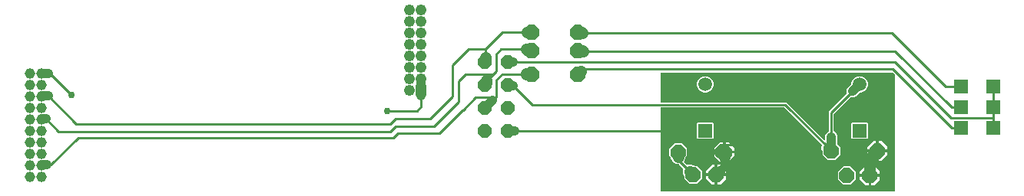
<source format=gbr>
G04 EAGLE Gerber RS-274X export*
G75*
%MOMM*%
%FSLAX34Y34*%
%LPD*%
%INTop Copper*%
%IPPOS*%
%AMOC8*
5,1,8,0,0,1.08239X$1,22.5*%
G01*
%ADD10R,1.508000X1.508000*%
%ADD11C,1.508000*%
%ADD12P,1.814519X8X22.500000*%
%ADD13P,1.814519X8X202.500000*%
%ADD14R,1.500000X1.500000*%
%ADD15P,1.649562X8X112.500000*%
%ADD16C,1.158000*%
%ADD17R,1.218000X1.218000*%
%ADD18C,1.218000*%
%ADD19C,0.254000*%
%ADD20C,1.270000*%
%ADD21C,1.016000*%
%ADD22C,0.756400*%
%ADD23C,0.203200*%

G36*
X584220Y115574D02*
X584220Y115574D01*
X584239Y115572D01*
X584341Y115594D01*
X584443Y115610D01*
X584460Y115620D01*
X584480Y115624D01*
X584569Y115677D01*
X584660Y115726D01*
X584674Y115740D01*
X584691Y115750D01*
X584758Y115829D01*
X584830Y115904D01*
X584838Y115922D01*
X584851Y115937D01*
X584890Y116033D01*
X584933Y116127D01*
X584935Y116147D01*
X584943Y116165D01*
X584961Y116332D01*
X584961Y244399D01*
X584947Y244489D01*
X584939Y244580D01*
X584927Y244610D01*
X584922Y244642D01*
X584879Y244723D01*
X584843Y244806D01*
X584817Y244839D01*
X584806Y244859D01*
X584783Y244881D01*
X584738Y244937D01*
X583011Y246664D01*
X582937Y246717D01*
X582868Y246777D01*
X582838Y246789D01*
X582812Y246808D01*
X582725Y246835D01*
X582640Y246869D01*
X582599Y246873D01*
X582577Y246880D01*
X582544Y246879D01*
X582473Y246887D01*
X327406Y246887D01*
X327386Y246884D01*
X327367Y246886D01*
X327265Y246864D01*
X327163Y246848D01*
X327146Y246838D01*
X327126Y246834D01*
X327037Y246781D01*
X326946Y246732D01*
X326932Y246718D01*
X326915Y246708D01*
X326848Y246629D01*
X326777Y246554D01*
X326768Y246536D01*
X326755Y246521D01*
X326716Y246425D01*
X326673Y246331D01*
X326671Y246311D01*
X326663Y246293D01*
X326645Y246126D01*
X326645Y214630D01*
X326648Y214610D01*
X326646Y214591D01*
X326668Y214489D01*
X326685Y214387D01*
X326694Y214370D01*
X326698Y214350D01*
X326751Y214261D01*
X326800Y214170D01*
X326814Y214156D01*
X326824Y214139D01*
X326903Y214072D01*
X326978Y214000D01*
X326996Y213992D01*
X327011Y213979D01*
X327107Y213940D01*
X327201Y213897D01*
X327221Y213895D01*
X327239Y213887D01*
X327406Y213869D01*
X465470Y213869D01*
X467330Y212009D01*
X507208Y172131D01*
X507266Y172089D01*
X507318Y172039D01*
X507365Y172017D01*
X507407Y171987D01*
X507476Y171966D01*
X507541Y171936D01*
X507593Y171930D01*
X507643Y171915D01*
X507714Y171917D01*
X507785Y171909D01*
X507836Y171920D01*
X507888Y171921D01*
X507956Y171946D01*
X508026Y171961D01*
X508071Y171988D01*
X508119Y172006D01*
X508175Y172050D01*
X508237Y172087D01*
X508271Y172127D01*
X508311Y172159D01*
X508350Y172220D01*
X508397Y172274D01*
X508416Y172322D01*
X508444Y172366D01*
X508462Y172436D01*
X508489Y172502D01*
X508497Y172574D01*
X508505Y172605D01*
X508503Y172628D01*
X508507Y172669D01*
X508507Y174161D01*
X508497Y174226D01*
X508496Y174292D01*
X508473Y174372D01*
X508468Y174404D01*
X508458Y174421D01*
X508449Y174453D01*
X508407Y174554D01*
X508407Y177182D01*
X509413Y179609D01*
X511271Y181467D01*
X511747Y181665D01*
X511847Y181726D01*
X511947Y181786D01*
X511951Y181791D01*
X511956Y181794D01*
X512031Y181884D01*
X512107Y181973D01*
X512109Y181979D01*
X512113Y181984D01*
X512155Y182092D01*
X512199Y182201D01*
X512200Y182209D01*
X512201Y182213D01*
X512202Y182232D01*
X512217Y182368D01*
X512217Y203850D01*
X514077Y205710D01*
X531858Y223490D01*
X531926Y223585D01*
X531996Y223679D01*
X531998Y223685D01*
X532001Y223690D01*
X532036Y223801D01*
X532072Y223913D01*
X532072Y223919D01*
X532074Y223925D01*
X532071Y224042D01*
X532069Y224159D01*
X532067Y224166D01*
X532067Y224171D01*
X532061Y224188D01*
X532023Y224320D01*
X531825Y224796D01*
X531825Y227424D01*
X532831Y229851D01*
X536812Y233833D01*
X536865Y233907D01*
X536925Y233976D01*
X536937Y234006D01*
X536956Y234033D01*
X536983Y234120D01*
X537017Y234204D01*
X537021Y234245D01*
X537028Y234268D01*
X537027Y234300D01*
X537035Y234371D01*
X537035Y235583D01*
X538415Y238915D01*
X540965Y241465D01*
X544297Y242845D01*
X547903Y242845D01*
X551235Y241465D01*
X553785Y238915D01*
X555165Y235583D01*
X555165Y231977D01*
X553785Y228645D01*
X551235Y226095D01*
X547903Y224715D01*
X546691Y224715D01*
X546601Y224701D01*
X546510Y224693D01*
X546480Y224681D01*
X546448Y224676D01*
X546368Y224633D01*
X546284Y224597D01*
X546252Y224571D01*
X546231Y224560D01*
X546209Y224537D01*
X546153Y224492D01*
X542171Y220511D01*
X539744Y219505D01*
X537116Y219505D01*
X536640Y219703D01*
X536526Y219729D01*
X536413Y219758D01*
X536406Y219757D01*
X536400Y219759D01*
X536284Y219748D01*
X536167Y219739D01*
X536162Y219736D01*
X536155Y219736D01*
X536048Y219688D01*
X535941Y219642D01*
X535935Y219638D01*
X535931Y219636D01*
X535917Y219623D01*
X535810Y219538D01*
X518030Y201757D01*
X517977Y201683D01*
X517917Y201614D01*
X517905Y201584D01*
X517886Y201558D01*
X517859Y201471D01*
X517825Y201386D01*
X517821Y201345D01*
X517814Y201323D01*
X517815Y201290D01*
X517807Y201219D01*
X517807Y182368D01*
X517826Y182253D01*
X517843Y182137D01*
X517845Y182131D01*
X517846Y182125D01*
X517901Y182023D01*
X517954Y181918D01*
X517959Y181913D01*
X517962Y181908D01*
X518046Y181828D01*
X518130Y181746D01*
X518136Y181742D01*
X518140Y181738D01*
X518157Y181731D01*
X518277Y181665D01*
X518753Y181467D01*
X520711Y179509D01*
X521717Y177082D01*
X521717Y167995D01*
X521731Y167905D01*
X521739Y167814D01*
X521751Y167784D01*
X521756Y167752D01*
X521799Y167671D01*
X521835Y167587D01*
X521861Y167555D01*
X521872Y167535D01*
X521895Y167513D01*
X521940Y167457D01*
X525019Y164378D01*
X525019Y156170D01*
X519216Y150367D01*
X511008Y150367D01*
X505205Y156170D01*
X505205Y158972D01*
X505203Y158988D01*
X505204Y159001D01*
X505195Y159046D01*
X505194Y159102D01*
X505171Y159182D01*
X505166Y159215D01*
X505156Y159232D01*
X505147Y159263D01*
X504062Y161883D01*
X504062Y165015D01*
X504558Y166211D01*
X504584Y166325D01*
X504613Y166438D01*
X504612Y166445D01*
X504614Y166451D01*
X504603Y166567D01*
X504594Y166684D01*
X504591Y166689D01*
X504591Y166696D01*
X504543Y166803D01*
X504497Y166910D01*
X504493Y166916D01*
X504491Y166920D01*
X504478Y166934D01*
X504393Y167041D01*
X463377Y208056D01*
X463303Y208109D01*
X463234Y208169D01*
X463204Y208181D01*
X463178Y208200D01*
X463091Y208227D01*
X463006Y208261D01*
X462965Y208265D01*
X462943Y208272D01*
X462910Y208271D01*
X462839Y208279D01*
X327406Y208279D01*
X327386Y208276D01*
X327367Y208278D01*
X327265Y208256D01*
X327163Y208240D01*
X327146Y208230D01*
X327126Y208226D01*
X327037Y208173D01*
X326946Y208124D01*
X326932Y208110D01*
X326915Y208100D01*
X326848Y208021D01*
X326777Y207946D01*
X326768Y207928D01*
X326755Y207913D01*
X326716Y207817D01*
X326673Y207723D01*
X326671Y207703D01*
X326663Y207685D01*
X326645Y207518D01*
X326645Y116332D01*
X326648Y116312D01*
X326646Y116293D01*
X326668Y116191D01*
X326685Y116089D01*
X326694Y116072D01*
X326698Y116052D01*
X326751Y115963D01*
X326800Y115872D01*
X326814Y115858D01*
X326824Y115841D01*
X326903Y115774D01*
X326978Y115702D01*
X326996Y115694D01*
X327011Y115681D01*
X327107Y115642D01*
X327201Y115599D01*
X327221Y115597D01*
X327239Y115589D01*
X327406Y115571D01*
X584200Y115571D01*
X584220Y115574D01*
G37*
%LPC*%
G36*
X358608Y123951D02*
X358608Y123951D01*
X352805Y129754D01*
X352805Y132313D01*
X352798Y132354D01*
X352799Y132358D01*
X352795Y132375D01*
X352791Y132403D01*
X352783Y132494D01*
X352771Y132524D01*
X352766Y132556D01*
X352749Y132587D01*
X352747Y132598D01*
X352721Y132642D01*
X352687Y132720D01*
X352661Y132752D01*
X352650Y132773D01*
X352631Y132792D01*
X352620Y132809D01*
X352606Y132821D01*
X352582Y132851D01*
X352480Y132953D01*
X351281Y135848D01*
X351281Y138980D01*
X351777Y140176D01*
X351803Y140290D01*
X351832Y140403D01*
X351831Y140410D01*
X351833Y140416D01*
X351822Y140532D01*
X351813Y140649D01*
X351810Y140654D01*
X351810Y140661D01*
X351762Y140768D01*
X351716Y140875D01*
X351712Y140881D01*
X351710Y140885D01*
X351697Y140899D01*
X351612Y141006D01*
X347299Y145318D01*
X347225Y145371D01*
X347156Y145431D01*
X347126Y145443D01*
X347100Y145462D01*
X347013Y145489D01*
X346928Y145523D01*
X346887Y145527D01*
X346865Y145534D01*
X346832Y145533D01*
X346761Y145541D01*
X344636Y145541D01*
X341741Y146740D01*
X339526Y148955D01*
X338327Y151850D01*
X338327Y152553D01*
X338313Y152643D01*
X338305Y152734D01*
X338293Y152764D01*
X338288Y152796D01*
X338245Y152877D01*
X338209Y152961D01*
X338183Y152993D01*
X338172Y153013D01*
X338149Y153035D01*
X338104Y153091D01*
X336295Y154900D01*
X336295Y163108D01*
X342098Y168911D01*
X350306Y168911D01*
X356109Y163108D01*
X356109Y154900D01*
X354300Y153091D01*
X354247Y153017D01*
X354187Y152948D01*
X354175Y152918D01*
X354156Y152892D01*
X354129Y152805D01*
X354095Y152720D01*
X354091Y152679D01*
X354084Y152657D01*
X354085Y152624D01*
X354077Y152553D01*
X354077Y151850D01*
X352878Y148955D01*
X352761Y148838D01*
X352749Y148822D01*
X352734Y148810D01*
X352705Y148765D01*
X352674Y148733D01*
X352654Y148690D01*
X352617Y148638D01*
X352611Y148619D01*
X352601Y148603D01*
X352585Y148541D01*
X352570Y148509D01*
X352567Y148474D01*
X352545Y148403D01*
X352545Y148383D01*
X352540Y148364D01*
X352546Y148291D01*
X352543Y148265D01*
X352549Y148239D01*
X352551Y148157D01*
X352558Y148139D01*
X352560Y148119D01*
X352591Y148044D01*
X352596Y148025D01*
X352606Y148007D01*
X352636Y147926D01*
X352648Y147911D01*
X352656Y147893D01*
X352761Y147762D01*
X355564Y144958D01*
X355659Y144890D01*
X355753Y144820D01*
X355759Y144818D01*
X355764Y144815D01*
X355876Y144780D01*
X355987Y144744D01*
X355993Y144744D01*
X355999Y144742D01*
X356116Y144745D01*
X356233Y144747D01*
X356240Y144749D01*
X356245Y144749D01*
X356262Y144755D01*
X356394Y144793D01*
X357590Y145289D01*
X360722Y145289D01*
X363617Y144090D01*
X363719Y143988D01*
X363793Y143935D01*
X363862Y143875D01*
X363892Y143863D01*
X363919Y143844D01*
X364006Y143817D01*
X364090Y143783D01*
X364131Y143779D01*
X364154Y143772D01*
X364186Y143773D01*
X364257Y143765D01*
X366816Y143765D01*
X372619Y137962D01*
X372619Y129754D01*
X366816Y123951D01*
X358608Y123951D01*
G37*
%LPD*%
%LPC*%
G36*
X537928Y173715D02*
X537928Y173715D01*
X537035Y174608D01*
X537035Y190952D01*
X537928Y191845D01*
X554272Y191845D01*
X555165Y190952D01*
X555165Y174608D01*
X554272Y173715D01*
X537928Y173715D01*
G37*
%LPD*%
%LPC*%
G36*
X367748Y173715D02*
X367748Y173715D01*
X366855Y174608D01*
X366855Y190952D01*
X367748Y191845D01*
X384092Y191845D01*
X384985Y190952D01*
X384985Y174608D01*
X384092Y173715D01*
X367748Y173715D01*
G37*
%LPD*%
%LPC*%
G36*
X528026Y123189D02*
X528026Y123189D01*
X522223Y128992D01*
X522223Y137200D01*
X528026Y143003D01*
X536234Y143003D01*
X542037Y137200D01*
X542037Y128992D01*
X536234Y123189D01*
X528026Y123189D01*
G37*
%LPD*%
%LPC*%
G36*
X374117Y224715D02*
X374117Y224715D01*
X370785Y226095D01*
X368235Y228645D01*
X366855Y231977D01*
X366855Y235583D01*
X368235Y238915D01*
X370785Y241465D01*
X374117Y242845D01*
X377723Y242845D01*
X381055Y241465D01*
X383605Y238915D01*
X384985Y235583D01*
X384985Y231977D01*
X383605Y228645D01*
X381055Y226095D01*
X377723Y224715D01*
X374117Y224715D01*
G37*
%LPD*%
%LPC*%
G36*
X567435Y161797D02*
X567435Y161797D01*
X567435Y171197D01*
X570436Y171197D01*
X576835Y164798D01*
X576835Y161797D01*
X567435Y161797D01*
G37*
%LPD*%
%LPC*%
G36*
X398525Y160527D02*
X398525Y160527D01*
X398525Y169927D01*
X401526Y169927D01*
X407925Y163528D01*
X407925Y160527D01*
X398525Y160527D01*
G37*
%LPD*%
%LPC*%
G36*
X389635Y135381D02*
X389635Y135381D01*
X389635Y144781D01*
X392636Y144781D01*
X399035Y138382D01*
X399035Y135381D01*
X389635Y135381D01*
G37*
%LPD*%
%LPC*%
G36*
X559053Y134619D02*
X559053Y134619D01*
X559053Y144019D01*
X562054Y144019D01*
X568453Y137620D01*
X568453Y134619D01*
X559053Y134619D01*
G37*
%LPD*%
%LPC*%
G36*
X554989Y161797D02*
X554989Y161797D01*
X554989Y164798D01*
X561388Y171197D01*
X564389Y171197D01*
X564389Y161797D01*
X554989Y161797D01*
G37*
%LPD*%
%LPC*%
G36*
X386079Y160527D02*
X386079Y160527D01*
X386079Y163528D01*
X392478Y169927D01*
X395479Y169927D01*
X395479Y160527D01*
X386079Y160527D01*
G37*
%LPD*%
%LPC*%
G36*
X567435Y149351D02*
X567435Y149351D01*
X567435Y158751D01*
X576835Y158751D01*
X576835Y155750D01*
X570436Y149351D01*
X567435Y149351D01*
G37*
%LPD*%
%LPC*%
G36*
X398525Y148081D02*
X398525Y148081D01*
X398525Y157481D01*
X407925Y157481D01*
X407925Y154480D01*
X401526Y148081D01*
X398525Y148081D01*
G37*
%LPD*%
%LPC*%
G36*
X377189Y135381D02*
X377189Y135381D01*
X377189Y138382D01*
X383588Y144781D01*
X386589Y144781D01*
X386589Y135381D01*
X377189Y135381D01*
G37*
%LPD*%
%LPC*%
G36*
X546607Y134619D02*
X546607Y134619D01*
X546607Y137620D01*
X553006Y144019D01*
X556007Y144019D01*
X556007Y134619D01*
X546607Y134619D01*
G37*
%LPD*%
%LPC*%
G36*
X389635Y122935D02*
X389635Y122935D01*
X389635Y132335D01*
X399035Y132335D01*
X399035Y129334D01*
X392636Y122935D01*
X389635Y122935D01*
G37*
%LPD*%
%LPC*%
G36*
X559053Y122173D02*
X559053Y122173D01*
X559053Y131573D01*
X568453Y131573D01*
X568453Y128572D01*
X562054Y122173D01*
X559053Y122173D01*
G37*
%LPD*%
%LPC*%
G36*
X561388Y149351D02*
X561388Y149351D01*
X554989Y155750D01*
X554989Y158751D01*
X564389Y158751D01*
X564389Y149351D01*
X561388Y149351D01*
G37*
%LPD*%
%LPC*%
G36*
X392478Y148081D02*
X392478Y148081D01*
X386079Y154480D01*
X386079Y157481D01*
X395479Y157481D01*
X395479Y148081D01*
X392478Y148081D01*
G37*
%LPD*%
%LPC*%
G36*
X383588Y122935D02*
X383588Y122935D01*
X377189Y129334D01*
X377189Y132335D01*
X386589Y132335D01*
X386589Y122935D01*
X383588Y122935D01*
G37*
%LPD*%
%LPC*%
G36*
X553006Y122173D02*
X553006Y122173D01*
X546607Y128572D01*
X546607Y131573D01*
X556007Y131573D01*
X556007Y122173D01*
X553006Y122173D01*
G37*
%LPD*%
%LPC*%
G36*
X565911Y160273D02*
X565911Y160273D01*
X565911Y160275D01*
X565913Y160275D01*
X565913Y160273D01*
X565911Y160273D01*
G37*
%LPD*%
%LPC*%
G36*
X397001Y159003D02*
X397001Y159003D01*
X397001Y159005D01*
X397003Y159005D01*
X397003Y159003D01*
X397001Y159003D01*
G37*
%LPD*%
%LPC*%
G36*
X388111Y133857D02*
X388111Y133857D01*
X388111Y133859D01*
X388113Y133859D01*
X388113Y133857D01*
X388111Y133857D01*
G37*
%LPD*%
%LPC*%
G36*
X557529Y133095D02*
X557529Y133095D01*
X557529Y133097D01*
X557531Y133097D01*
X557531Y133095D01*
X557529Y133095D01*
G37*
%LPD*%
D10*
X375920Y182780D03*
D11*
X375920Y233780D03*
D10*
X546100Y182780D03*
D11*
X546100Y233780D03*
D12*
X362712Y133858D03*
X388112Y133858D03*
X532130Y133096D03*
X557530Y133096D03*
D13*
X397002Y159004D03*
X346202Y159004D03*
X565912Y160274D03*
X515112Y160274D03*
D14*
X693140Y231140D03*
X658140Y231140D03*
X693140Y208280D03*
X658140Y208280D03*
X693140Y185420D03*
X658140Y185420D03*
D13*
X235712Y245415D03*
X184912Y245415D03*
X235864Y271170D03*
X185064Y271170D03*
X235763Y291592D03*
X184963Y291592D03*
D15*
X158496Y182118D03*
X158496Y207518D03*
X158496Y232918D03*
X158496Y258318D03*
X133096Y182118D03*
X133096Y207518D03*
X133096Y232918D03*
X133096Y258318D03*
D16*
X-355854Y246126D03*
X-355854Y233426D03*
X-355854Y220726D03*
X-355854Y208026D03*
X-355854Y195326D03*
X-355854Y182626D03*
X-355854Y169926D03*
X-355854Y157226D03*
X-355854Y144526D03*
X-355854Y131826D03*
X-368554Y131826D03*
X-368554Y144526D03*
X-368554Y157226D03*
X-368554Y169926D03*
X-368554Y182626D03*
X-368554Y195326D03*
X-368554Y208026D03*
X-368554Y220726D03*
X-368554Y233426D03*
X-368554Y246126D03*
D17*
X62992Y227330D03*
D18*
X50292Y227330D03*
X62992Y240030D03*
X50292Y240030D03*
X62992Y252730D03*
X50292Y252730D03*
X62992Y265430D03*
X50292Y265430D03*
X62992Y278130D03*
X50292Y278130D03*
X62992Y290830D03*
X50292Y290830D03*
X62992Y303530D03*
X50292Y303530D03*
X62992Y316230D03*
X50292Y316230D03*
D19*
X464312Y211074D02*
X511937Y163449D01*
X185420Y211074D02*
X164084Y232410D01*
X185420Y211074D02*
X464312Y211074D01*
D20*
X511937Y163449D02*
X515112Y160274D01*
D19*
X515012Y202692D02*
X538430Y226110D01*
X515012Y202692D02*
X515012Y175868D01*
D21*
X515112Y175768D02*
X515112Y160274D01*
X515112Y175768D02*
X515012Y175868D01*
X538430Y226110D02*
X546100Y233780D01*
X164084Y232410D02*
X159004Y232410D01*
X158496Y232918D01*
D22*
X-322580Y222250D03*
D19*
X-346456Y246126D01*
X-347980Y246126D01*
D21*
X-355854Y246126D01*
D19*
X648208Y185420D02*
X658140Y185420D01*
X648208Y185420D02*
X582574Y251054D01*
X241351Y251054D01*
X238735Y248437D01*
D20*
X235712Y245415D01*
D19*
X241300Y270662D02*
X585064Y270662D01*
X647446Y208280D02*
X658140Y208280D01*
X647446Y208280D02*
X585064Y270662D01*
D20*
X240792Y271170D02*
X235864Y271170D01*
X240792Y271170D02*
X241300Y270662D01*
D19*
X641401Y231140D02*
X658140Y231140D01*
X582168Y290373D02*
X240284Y290373D01*
X582168Y290373D02*
X641401Y231140D01*
D20*
X240284Y290373D02*
X238303Y292354D01*
X236525Y292354D02*
X235763Y291592D01*
X236525Y292354D02*
X238303Y292354D01*
D19*
X346202Y150368D02*
X359156Y137414D01*
X346202Y150368D02*
X346202Y153416D01*
D20*
X359156Y137414D02*
X362712Y133858D01*
X346202Y153416D02*
X346202Y159004D01*
D19*
X693140Y185420D02*
X693140Y196716D01*
X693140Y197460D02*
X693140Y208280D01*
X693140Y231140D01*
X647298Y196716D02*
X585493Y258521D01*
X647298Y196716D02*
X693140Y196716D01*
X585493Y258521D02*
X164338Y258521D01*
D21*
X158699Y258521D02*
X158496Y258318D01*
X158699Y258521D02*
X164338Y258521D01*
D19*
X553466Y145542D02*
X564642Y156718D01*
X553466Y145542D02*
X508000Y145542D01*
X486156Y167386D01*
D20*
X557530Y151892D02*
X565912Y160274D01*
X557530Y151892D02*
X557530Y139954D01*
X565912Y157988D02*
X565912Y160274D01*
X565912Y157988D02*
X564642Y156718D01*
D19*
X343916Y182118D02*
X166878Y182118D01*
X367030Y159004D02*
X384810Y159004D01*
X397002Y159004D01*
X367030Y159004D02*
X343916Y182118D01*
X393446Y150114D02*
X397002Y153670D01*
X393446Y139700D02*
X393700Y139446D01*
X393446Y139700D02*
X393446Y150114D01*
D20*
X392430Y159004D02*
X397002Y159004D01*
X397002Y153670D01*
D21*
X166116Y182118D02*
X158496Y182118D01*
D23*
X166116Y182118D02*
X166878Y182118D01*
D19*
X384810Y159004D02*
X393192Y167386D01*
X486156Y167386D01*
D21*
X556260Y134366D02*
X557530Y133096D01*
X556260Y134366D02*
X556260Y138684D01*
X557530Y139954D01*
X393700Y139446D02*
X388112Y133858D01*
D19*
X62992Y209550D02*
X62992Y221488D01*
X58166Y204724D02*
X25908Y204724D01*
D22*
X25908Y204724D03*
D19*
X58166Y204724D02*
X62992Y209550D01*
D22*
X339344Y230886D03*
D21*
X62992Y227330D02*
X62992Y240030D01*
X62992Y227330D02*
X62992Y221488D01*
D19*
X34544Y187198D02*
X29210Y181864D01*
X34544Y187198D02*
X77216Y187198D01*
X104648Y214630D01*
X104648Y237744D01*
X150906Y272542D02*
X178816Y272542D01*
X150906Y272542D02*
X145796Y267432D01*
X145796Y248412D01*
D20*
X134874Y235458D02*
X133096Y233680D01*
X134874Y235458D02*
X134874Y238506D01*
X180188Y271170D02*
X185064Y271170D01*
X180188Y271170D02*
X178816Y272542D01*
D19*
X135890Y238506D02*
X134874Y238506D01*
X142240Y244856D02*
X145796Y248412D01*
X142240Y244856D02*
X135890Y238506D01*
X111760Y244856D02*
X104648Y237744D01*
X111760Y244856D02*
X142240Y244856D01*
D21*
X-355600Y195580D02*
X-355854Y195326D01*
X-355600Y195580D02*
X-350520Y195580D01*
D19*
X-336804Y181864D01*
X29210Y181864D01*
X152908Y291592D02*
X179324Y291592D01*
D20*
X133858Y263398D02*
X133858Y259080D01*
D19*
X133858Y263398D02*
X133858Y272542D01*
X152908Y291592D01*
D20*
X179324Y291592D02*
X184963Y291592D01*
D19*
X133858Y272542D02*
X115062Y272542D01*
X97282Y254762D02*
X97282Y220472D01*
X97282Y254762D02*
X115062Y272542D01*
X34544Y195834D02*
X28956Y190246D01*
X34544Y195834D02*
X72644Y195834D01*
X97282Y220472D01*
D21*
X-355600Y220980D02*
X-355854Y220726D01*
X-355600Y220980D02*
X-347980Y220980D01*
D19*
X-317246Y190246D01*
X28956Y190246D01*
D20*
X179070Y245415D02*
X184912Y245415D01*
X179070Y245415D02*
X178901Y245584D01*
D19*
X145034Y219456D02*
X141478Y215900D01*
X145542Y238756D02*
X152201Y245415D01*
X184912Y245415D01*
X145542Y238756D02*
X145542Y219964D01*
X145034Y219456D01*
X123190Y219456D01*
X32512Y174752D02*
X-314960Y174752D01*
X32512Y174752D02*
X37338Y179578D01*
X83312Y179578D01*
X108712Y204978D01*
X108966Y205232D02*
X123190Y219456D01*
D21*
X133096Y207518D02*
X141478Y215900D01*
X-355600Y144780D02*
X-355854Y144526D01*
X-355600Y144780D02*
X-349250Y144780D01*
D19*
X-344932Y144780D01*
X-314960Y174752D01*
M02*

</source>
